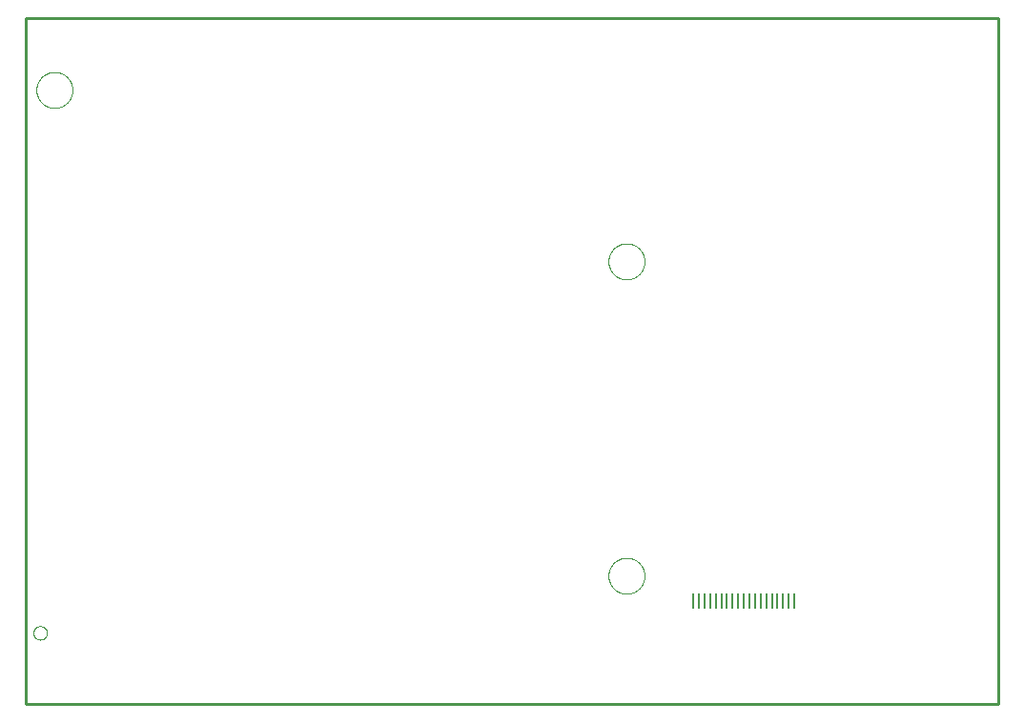
<source format=gtp>
G75*
%MOIN*%
%OFA0B0*%
%FSLAX25Y25*%
%IPPOS*%
%LPD*%
%AMOC8*
5,1,8,0,0,1.08239X$1,22.5*
%
%ADD10C,0.00000*%
%ADD11C,0.01000*%
%ADD12R,0.00700X0.05200*%
D10*
X0079638Y0026500D02*
X0079640Y0026597D01*
X0079646Y0026694D01*
X0079656Y0026790D01*
X0079670Y0026886D01*
X0079688Y0026982D01*
X0079709Y0027076D01*
X0079735Y0027170D01*
X0079764Y0027262D01*
X0079798Y0027353D01*
X0079834Y0027443D01*
X0079875Y0027531D01*
X0079919Y0027617D01*
X0079967Y0027702D01*
X0080018Y0027784D01*
X0080072Y0027865D01*
X0080130Y0027943D01*
X0080191Y0028018D01*
X0080254Y0028091D01*
X0080321Y0028162D01*
X0080391Y0028229D01*
X0080463Y0028294D01*
X0080538Y0028355D01*
X0080616Y0028414D01*
X0080695Y0028469D01*
X0080777Y0028521D01*
X0080861Y0028569D01*
X0080947Y0028614D01*
X0081035Y0028656D01*
X0081124Y0028694D01*
X0081215Y0028728D01*
X0081307Y0028758D01*
X0081400Y0028785D01*
X0081495Y0028807D01*
X0081590Y0028826D01*
X0081686Y0028841D01*
X0081782Y0028852D01*
X0081879Y0028859D01*
X0081976Y0028862D01*
X0082073Y0028861D01*
X0082170Y0028856D01*
X0082266Y0028847D01*
X0082362Y0028834D01*
X0082458Y0028817D01*
X0082553Y0028796D01*
X0082646Y0028772D01*
X0082739Y0028743D01*
X0082831Y0028711D01*
X0082921Y0028675D01*
X0083009Y0028636D01*
X0083096Y0028592D01*
X0083181Y0028546D01*
X0083264Y0028495D01*
X0083345Y0028442D01*
X0083423Y0028385D01*
X0083500Y0028325D01*
X0083573Y0028262D01*
X0083644Y0028196D01*
X0083712Y0028127D01*
X0083778Y0028055D01*
X0083840Y0027981D01*
X0083899Y0027904D01*
X0083955Y0027825D01*
X0084008Y0027743D01*
X0084058Y0027660D01*
X0084103Y0027574D01*
X0084146Y0027487D01*
X0084185Y0027398D01*
X0084220Y0027308D01*
X0084251Y0027216D01*
X0084278Y0027123D01*
X0084302Y0027029D01*
X0084322Y0026934D01*
X0084338Y0026838D01*
X0084350Y0026742D01*
X0084358Y0026645D01*
X0084362Y0026548D01*
X0084362Y0026452D01*
X0084358Y0026355D01*
X0084350Y0026258D01*
X0084338Y0026162D01*
X0084322Y0026066D01*
X0084302Y0025971D01*
X0084278Y0025877D01*
X0084251Y0025784D01*
X0084220Y0025692D01*
X0084185Y0025602D01*
X0084146Y0025513D01*
X0084103Y0025426D01*
X0084058Y0025340D01*
X0084008Y0025257D01*
X0083955Y0025175D01*
X0083899Y0025096D01*
X0083840Y0025019D01*
X0083778Y0024945D01*
X0083712Y0024873D01*
X0083644Y0024804D01*
X0083573Y0024738D01*
X0083500Y0024675D01*
X0083423Y0024615D01*
X0083345Y0024558D01*
X0083264Y0024505D01*
X0083181Y0024454D01*
X0083096Y0024408D01*
X0083009Y0024364D01*
X0082921Y0024325D01*
X0082831Y0024289D01*
X0082739Y0024257D01*
X0082646Y0024228D01*
X0082553Y0024204D01*
X0082458Y0024183D01*
X0082362Y0024166D01*
X0082266Y0024153D01*
X0082170Y0024144D01*
X0082073Y0024139D01*
X0081976Y0024138D01*
X0081879Y0024141D01*
X0081782Y0024148D01*
X0081686Y0024159D01*
X0081590Y0024174D01*
X0081495Y0024193D01*
X0081400Y0024215D01*
X0081307Y0024242D01*
X0081215Y0024272D01*
X0081124Y0024306D01*
X0081035Y0024344D01*
X0080947Y0024386D01*
X0080861Y0024431D01*
X0080777Y0024479D01*
X0080695Y0024531D01*
X0080616Y0024586D01*
X0080538Y0024645D01*
X0080463Y0024706D01*
X0080391Y0024771D01*
X0080321Y0024838D01*
X0080254Y0024909D01*
X0080191Y0024982D01*
X0080130Y0025057D01*
X0080072Y0025135D01*
X0080018Y0025216D01*
X0079967Y0025298D01*
X0079919Y0025383D01*
X0079875Y0025469D01*
X0079834Y0025557D01*
X0079798Y0025647D01*
X0079764Y0025738D01*
X0079735Y0025830D01*
X0079709Y0025924D01*
X0079688Y0026018D01*
X0079670Y0026114D01*
X0079656Y0026210D01*
X0079646Y0026306D01*
X0079640Y0026403D01*
X0079638Y0026500D01*
X0280701Y0046500D02*
X0280703Y0046658D01*
X0280709Y0046816D01*
X0280719Y0046974D01*
X0280733Y0047132D01*
X0280751Y0047289D01*
X0280772Y0047446D01*
X0280798Y0047602D01*
X0280828Y0047758D01*
X0280861Y0047913D01*
X0280899Y0048066D01*
X0280940Y0048219D01*
X0280985Y0048371D01*
X0281034Y0048522D01*
X0281087Y0048671D01*
X0281143Y0048819D01*
X0281203Y0048965D01*
X0281267Y0049110D01*
X0281335Y0049253D01*
X0281406Y0049395D01*
X0281480Y0049535D01*
X0281558Y0049672D01*
X0281640Y0049808D01*
X0281724Y0049942D01*
X0281813Y0050073D01*
X0281904Y0050202D01*
X0281999Y0050329D01*
X0282096Y0050454D01*
X0282197Y0050576D01*
X0282301Y0050695D01*
X0282408Y0050812D01*
X0282518Y0050926D01*
X0282631Y0051037D01*
X0282746Y0051146D01*
X0282864Y0051251D01*
X0282985Y0051353D01*
X0283108Y0051453D01*
X0283234Y0051549D01*
X0283362Y0051642D01*
X0283492Y0051732D01*
X0283625Y0051818D01*
X0283760Y0051902D01*
X0283896Y0051981D01*
X0284035Y0052058D01*
X0284176Y0052130D01*
X0284318Y0052200D01*
X0284462Y0052265D01*
X0284608Y0052327D01*
X0284755Y0052385D01*
X0284904Y0052440D01*
X0285054Y0052491D01*
X0285205Y0052538D01*
X0285357Y0052581D01*
X0285510Y0052620D01*
X0285665Y0052656D01*
X0285820Y0052687D01*
X0285976Y0052715D01*
X0286132Y0052739D01*
X0286289Y0052759D01*
X0286447Y0052775D01*
X0286604Y0052787D01*
X0286763Y0052795D01*
X0286921Y0052799D01*
X0287079Y0052799D01*
X0287237Y0052795D01*
X0287396Y0052787D01*
X0287553Y0052775D01*
X0287711Y0052759D01*
X0287868Y0052739D01*
X0288024Y0052715D01*
X0288180Y0052687D01*
X0288335Y0052656D01*
X0288490Y0052620D01*
X0288643Y0052581D01*
X0288795Y0052538D01*
X0288946Y0052491D01*
X0289096Y0052440D01*
X0289245Y0052385D01*
X0289392Y0052327D01*
X0289538Y0052265D01*
X0289682Y0052200D01*
X0289824Y0052130D01*
X0289965Y0052058D01*
X0290104Y0051981D01*
X0290240Y0051902D01*
X0290375Y0051818D01*
X0290508Y0051732D01*
X0290638Y0051642D01*
X0290766Y0051549D01*
X0290892Y0051453D01*
X0291015Y0051353D01*
X0291136Y0051251D01*
X0291254Y0051146D01*
X0291369Y0051037D01*
X0291482Y0050926D01*
X0291592Y0050812D01*
X0291699Y0050695D01*
X0291803Y0050576D01*
X0291904Y0050454D01*
X0292001Y0050329D01*
X0292096Y0050202D01*
X0292187Y0050073D01*
X0292276Y0049942D01*
X0292360Y0049808D01*
X0292442Y0049672D01*
X0292520Y0049535D01*
X0292594Y0049395D01*
X0292665Y0049253D01*
X0292733Y0049110D01*
X0292797Y0048965D01*
X0292857Y0048819D01*
X0292913Y0048671D01*
X0292966Y0048522D01*
X0293015Y0048371D01*
X0293060Y0048219D01*
X0293101Y0048066D01*
X0293139Y0047913D01*
X0293172Y0047758D01*
X0293202Y0047602D01*
X0293228Y0047446D01*
X0293249Y0047289D01*
X0293267Y0047132D01*
X0293281Y0046974D01*
X0293291Y0046816D01*
X0293297Y0046658D01*
X0293299Y0046500D01*
X0293297Y0046342D01*
X0293291Y0046184D01*
X0293281Y0046026D01*
X0293267Y0045868D01*
X0293249Y0045711D01*
X0293228Y0045554D01*
X0293202Y0045398D01*
X0293172Y0045242D01*
X0293139Y0045087D01*
X0293101Y0044934D01*
X0293060Y0044781D01*
X0293015Y0044629D01*
X0292966Y0044478D01*
X0292913Y0044329D01*
X0292857Y0044181D01*
X0292797Y0044035D01*
X0292733Y0043890D01*
X0292665Y0043747D01*
X0292594Y0043605D01*
X0292520Y0043465D01*
X0292442Y0043328D01*
X0292360Y0043192D01*
X0292276Y0043058D01*
X0292187Y0042927D01*
X0292096Y0042798D01*
X0292001Y0042671D01*
X0291904Y0042546D01*
X0291803Y0042424D01*
X0291699Y0042305D01*
X0291592Y0042188D01*
X0291482Y0042074D01*
X0291369Y0041963D01*
X0291254Y0041854D01*
X0291136Y0041749D01*
X0291015Y0041647D01*
X0290892Y0041547D01*
X0290766Y0041451D01*
X0290638Y0041358D01*
X0290508Y0041268D01*
X0290375Y0041182D01*
X0290240Y0041098D01*
X0290104Y0041019D01*
X0289965Y0040942D01*
X0289824Y0040870D01*
X0289682Y0040800D01*
X0289538Y0040735D01*
X0289392Y0040673D01*
X0289245Y0040615D01*
X0289096Y0040560D01*
X0288946Y0040509D01*
X0288795Y0040462D01*
X0288643Y0040419D01*
X0288490Y0040380D01*
X0288335Y0040344D01*
X0288180Y0040313D01*
X0288024Y0040285D01*
X0287868Y0040261D01*
X0287711Y0040241D01*
X0287553Y0040225D01*
X0287396Y0040213D01*
X0287237Y0040205D01*
X0287079Y0040201D01*
X0286921Y0040201D01*
X0286763Y0040205D01*
X0286604Y0040213D01*
X0286447Y0040225D01*
X0286289Y0040241D01*
X0286132Y0040261D01*
X0285976Y0040285D01*
X0285820Y0040313D01*
X0285665Y0040344D01*
X0285510Y0040380D01*
X0285357Y0040419D01*
X0285205Y0040462D01*
X0285054Y0040509D01*
X0284904Y0040560D01*
X0284755Y0040615D01*
X0284608Y0040673D01*
X0284462Y0040735D01*
X0284318Y0040800D01*
X0284176Y0040870D01*
X0284035Y0040942D01*
X0283896Y0041019D01*
X0283760Y0041098D01*
X0283625Y0041182D01*
X0283492Y0041268D01*
X0283362Y0041358D01*
X0283234Y0041451D01*
X0283108Y0041547D01*
X0282985Y0041647D01*
X0282864Y0041749D01*
X0282746Y0041854D01*
X0282631Y0041963D01*
X0282518Y0042074D01*
X0282408Y0042188D01*
X0282301Y0042305D01*
X0282197Y0042424D01*
X0282096Y0042546D01*
X0281999Y0042671D01*
X0281904Y0042798D01*
X0281813Y0042927D01*
X0281724Y0043058D01*
X0281640Y0043192D01*
X0281558Y0043328D01*
X0281480Y0043465D01*
X0281406Y0043605D01*
X0281335Y0043747D01*
X0281267Y0043890D01*
X0281203Y0044035D01*
X0281143Y0044181D01*
X0281087Y0044329D01*
X0281034Y0044478D01*
X0280985Y0044629D01*
X0280940Y0044781D01*
X0280899Y0044934D01*
X0280861Y0045087D01*
X0280828Y0045242D01*
X0280798Y0045398D01*
X0280772Y0045554D01*
X0280751Y0045711D01*
X0280733Y0045868D01*
X0280719Y0046026D01*
X0280709Y0046184D01*
X0280703Y0046342D01*
X0280701Y0046500D01*
X0280701Y0156500D02*
X0280703Y0156658D01*
X0280709Y0156816D01*
X0280719Y0156974D01*
X0280733Y0157132D01*
X0280751Y0157289D01*
X0280772Y0157446D01*
X0280798Y0157602D01*
X0280828Y0157758D01*
X0280861Y0157913D01*
X0280899Y0158066D01*
X0280940Y0158219D01*
X0280985Y0158371D01*
X0281034Y0158522D01*
X0281087Y0158671D01*
X0281143Y0158819D01*
X0281203Y0158965D01*
X0281267Y0159110D01*
X0281335Y0159253D01*
X0281406Y0159395D01*
X0281480Y0159535D01*
X0281558Y0159672D01*
X0281640Y0159808D01*
X0281724Y0159942D01*
X0281813Y0160073D01*
X0281904Y0160202D01*
X0281999Y0160329D01*
X0282096Y0160454D01*
X0282197Y0160576D01*
X0282301Y0160695D01*
X0282408Y0160812D01*
X0282518Y0160926D01*
X0282631Y0161037D01*
X0282746Y0161146D01*
X0282864Y0161251D01*
X0282985Y0161353D01*
X0283108Y0161453D01*
X0283234Y0161549D01*
X0283362Y0161642D01*
X0283492Y0161732D01*
X0283625Y0161818D01*
X0283760Y0161902D01*
X0283896Y0161981D01*
X0284035Y0162058D01*
X0284176Y0162130D01*
X0284318Y0162200D01*
X0284462Y0162265D01*
X0284608Y0162327D01*
X0284755Y0162385D01*
X0284904Y0162440D01*
X0285054Y0162491D01*
X0285205Y0162538D01*
X0285357Y0162581D01*
X0285510Y0162620D01*
X0285665Y0162656D01*
X0285820Y0162687D01*
X0285976Y0162715D01*
X0286132Y0162739D01*
X0286289Y0162759D01*
X0286447Y0162775D01*
X0286604Y0162787D01*
X0286763Y0162795D01*
X0286921Y0162799D01*
X0287079Y0162799D01*
X0287237Y0162795D01*
X0287396Y0162787D01*
X0287553Y0162775D01*
X0287711Y0162759D01*
X0287868Y0162739D01*
X0288024Y0162715D01*
X0288180Y0162687D01*
X0288335Y0162656D01*
X0288490Y0162620D01*
X0288643Y0162581D01*
X0288795Y0162538D01*
X0288946Y0162491D01*
X0289096Y0162440D01*
X0289245Y0162385D01*
X0289392Y0162327D01*
X0289538Y0162265D01*
X0289682Y0162200D01*
X0289824Y0162130D01*
X0289965Y0162058D01*
X0290104Y0161981D01*
X0290240Y0161902D01*
X0290375Y0161818D01*
X0290508Y0161732D01*
X0290638Y0161642D01*
X0290766Y0161549D01*
X0290892Y0161453D01*
X0291015Y0161353D01*
X0291136Y0161251D01*
X0291254Y0161146D01*
X0291369Y0161037D01*
X0291482Y0160926D01*
X0291592Y0160812D01*
X0291699Y0160695D01*
X0291803Y0160576D01*
X0291904Y0160454D01*
X0292001Y0160329D01*
X0292096Y0160202D01*
X0292187Y0160073D01*
X0292276Y0159942D01*
X0292360Y0159808D01*
X0292442Y0159672D01*
X0292520Y0159535D01*
X0292594Y0159395D01*
X0292665Y0159253D01*
X0292733Y0159110D01*
X0292797Y0158965D01*
X0292857Y0158819D01*
X0292913Y0158671D01*
X0292966Y0158522D01*
X0293015Y0158371D01*
X0293060Y0158219D01*
X0293101Y0158066D01*
X0293139Y0157913D01*
X0293172Y0157758D01*
X0293202Y0157602D01*
X0293228Y0157446D01*
X0293249Y0157289D01*
X0293267Y0157132D01*
X0293281Y0156974D01*
X0293291Y0156816D01*
X0293297Y0156658D01*
X0293299Y0156500D01*
X0293297Y0156342D01*
X0293291Y0156184D01*
X0293281Y0156026D01*
X0293267Y0155868D01*
X0293249Y0155711D01*
X0293228Y0155554D01*
X0293202Y0155398D01*
X0293172Y0155242D01*
X0293139Y0155087D01*
X0293101Y0154934D01*
X0293060Y0154781D01*
X0293015Y0154629D01*
X0292966Y0154478D01*
X0292913Y0154329D01*
X0292857Y0154181D01*
X0292797Y0154035D01*
X0292733Y0153890D01*
X0292665Y0153747D01*
X0292594Y0153605D01*
X0292520Y0153465D01*
X0292442Y0153328D01*
X0292360Y0153192D01*
X0292276Y0153058D01*
X0292187Y0152927D01*
X0292096Y0152798D01*
X0292001Y0152671D01*
X0291904Y0152546D01*
X0291803Y0152424D01*
X0291699Y0152305D01*
X0291592Y0152188D01*
X0291482Y0152074D01*
X0291369Y0151963D01*
X0291254Y0151854D01*
X0291136Y0151749D01*
X0291015Y0151647D01*
X0290892Y0151547D01*
X0290766Y0151451D01*
X0290638Y0151358D01*
X0290508Y0151268D01*
X0290375Y0151182D01*
X0290240Y0151098D01*
X0290104Y0151019D01*
X0289965Y0150942D01*
X0289824Y0150870D01*
X0289682Y0150800D01*
X0289538Y0150735D01*
X0289392Y0150673D01*
X0289245Y0150615D01*
X0289096Y0150560D01*
X0288946Y0150509D01*
X0288795Y0150462D01*
X0288643Y0150419D01*
X0288490Y0150380D01*
X0288335Y0150344D01*
X0288180Y0150313D01*
X0288024Y0150285D01*
X0287868Y0150261D01*
X0287711Y0150241D01*
X0287553Y0150225D01*
X0287396Y0150213D01*
X0287237Y0150205D01*
X0287079Y0150201D01*
X0286921Y0150201D01*
X0286763Y0150205D01*
X0286604Y0150213D01*
X0286447Y0150225D01*
X0286289Y0150241D01*
X0286132Y0150261D01*
X0285976Y0150285D01*
X0285820Y0150313D01*
X0285665Y0150344D01*
X0285510Y0150380D01*
X0285357Y0150419D01*
X0285205Y0150462D01*
X0285054Y0150509D01*
X0284904Y0150560D01*
X0284755Y0150615D01*
X0284608Y0150673D01*
X0284462Y0150735D01*
X0284318Y0150800D01*
X0284176Y0150870D01*
X0284035Y0150942D01*
X0283896Y0151019D01*
X0283760Y0151098D01*
X0283625Y0151182D01*
X0283492Y0151268D01*
X0283362Y0151358D01*
X0283234Y0151451D01*
X0283108Y0151547D01*
X0282985Y0151647D01*
X0282864Y0151749D01*
X0282746Y0151854D01*
X0282631Y0151963D01*
X0282518Y0152074D01*
X0282408Y0152188D01*
X0282301Y0152305D01*
X0282197Y0152424D01*
X0282096Y0152546D01*
X0281999Y0152671D01*
X0281904Y0152798D01*
X0281813Y0152927D01*
X0281724Y0153058D01*
X0281640Y0153192D01*
X0281558Y0153328D01*
X0281480Y0153465D01*
X0281406Y0153605D01*
X0281335Y0153747D01*
X0281267Y0153890D01*
X0281203Y0154035D01*
X0281143Y0154181D01*
X0281087Y0154329D01*
X0281034Y0154478D01*
X0280985Y0154629D01*
X0280940Y0154781D01*
X0280899Y0154934D01*
X0280861Y0155087D01*
X0280828Y0155242D01*
X0280798Y0155398D01*
X0280772Y0155554D01*
X0280751Y0155711D01*
X0280733Y0155868D01*
X0280719Y0156026D01*
X0280709Y0156184D01*
X0280703Y0156342D01*
X0280701Y0156500D01*
X0080701Y0216500D02*
X0080703Y0216658D01*
X0080709Y0216816D01*
X0080719Y0216974D01*
X0080733Y0217132D01*
X0080751Y0217289D01*
X0080772Y0217446D01*
X0080798Y0217602D01*
X0080828Y0217758D01*
X0080861Y0217913D01*
X0080899Y0218066D01*
X0080940Y0218219D01*
X0080985Y0218371D01*
X0081034Y0218522D01*
X0081087Y0218671D01*
X0081143Y0218819D01*
X0081203Y0218965D01*
X0081267Y0219110D01*
X0081335Y0219253D01*
X0081406Y0219395D01*
X0081480Y0219535D01*
X0081558Y0219672D01*
X0081640Y0219808D01*
X0081724Y0219942D01*
X0081813Y0220073D01*
X0081904Y0220202D01*
X0081999Y0220329D01*
X0082096Y0220454D01*
X0082197Y0220576D01*
X0082301Y0220695D01*
X0082408Y0220812D01*
X0082518Y0220926D01*
X0082631Y0221037D01*
X0082746Y0221146D01*
X0082864Y0221251D01*
X0082985Y0221353D01*
X0083108Y0221453D01*
X0083234Y0221549D01*
X0083362Y0221642D01*
X0083492Y0221732D01*
X0083625Y0221818D01*
X0083760Y0221902D01*
X0083896Y0221981D01*
X0084035Y0222058D01*
X0084176Y0222130D01*
X0084318Y0222200D01*
X0084462Y0222265D01*
X0084608Y0222327D01*
X0084755Y0222385D01*
X0084904Y0222440D01*
X0085054Y0222491D01*
X0085205Y0222538D01*
X0085357Y0222581D01*
X0085510Y0222620D01*
X0085665Y0222656D01*
X0085820Y0222687D01*
X0085976Y0222715D01*
X0086132Y0222739D01*
X0086289Y0222759D01*
X0086447Y0222775D01*
X0086604Y0222787D01*
X0086763Y0222795D01*
X0086921Y0222799D01*
X0087079Y0222799D01*
X0087237Y0222795D01*
X0087396Y0222787D01*
X0087553Y0222775D01*
X0087711Y0222759D01*
X0087868Y0222739D01*
X0088024Y0222715D01*
X0088180Y0222687D01*
X0088335Y0222656D01*
X0088490Y0222620D01*
X0088643Y0222581D01*
X0088795Y0222538D01*
X0088946Y0222491D01*
X0089096Y0222440D01*
X0089245Y0222385D01*
X0089392Y0222327D01*
X0089538Y0222265D01*
X0089682Y0222200D01*
X0089824Y0222130D01*
X0089965Y0222058D01*
X0090104Y0221981D01*
X0090240Y0221902D01*
X0090375Y0221818D01*
X0090508Y0221732D01*
X0090638Y0221642D01*
X0090766Y0221549D01*
X0090892Y0221453D01*
X0091015Y0221353D01*
X0091136Y0221251D01*
X0091254Y0221146D01*
X0091369Y0221037D01*
X0091482Y0220926D01*
X0091592Y0220812D01*
X0091699Y0220695D01*
X0091803Y0220576D01*
X0091904Y0220454D01*
X0092001Y0220329D01*
X0092096Y0220202D01*
X0092187Y0220073D01*
X0092276Y0219942D01*
X0092360Y0219808D01*
X0092442Y0219672D01*
X0092520Y0219535D01*
X0092594Y0219395D01*
X0092665Y0219253D01*
X0092733Y0219110D01*
X0092797Y0218965D01*
X0092857Y0218819D01*
X0092913Y0218671D01*
X0092966Y0218522D01*
X0093015Y0218371D01*
X0093060Y0218219D01*
X0093101Y0218066D01*
X0093139Y0217913D01*
X0093172Y0217758D01*
X0093202Y0217602D01*
X0093228Y0217446D01*
X0093249Y0217289D01*
X0093267Y0217132D01*
X0093281Y0216974D01*
X0093291Y0216816D01*
X0093297Y0216658D01*
X0093299Y0216500D01*
X0093297Y0216342D01*
X0093291Y0216184D01*
X0093281Y0216026D01*
X0093267Y0215868D01*
X0093249Y0215711D01*
X0093228Y0215554D01*
X0093202Y0215398D01*
X0093172Y0215242D01*
X0093139Y0215087D01*
X0093101Y0214934D01*
X0093060Y0214781D01*
X0093015Y0214629D01*
X0092966Y0214478D01*
X0092913Y0214329D01*
X0092857Y0214181D01*
X0092797Y0214035D01*
X0092733Y0213890D01*
X0092665Y0213747D01*
X0092594Y0213605D01*
X0092520Y0213465D01*
X0092442Y0213328D01*
X0092360Y0213192D01*
X0092276Y0213058D01*
X0092187Y0212927D01*
X0092096Y0212798D01*
X0092001Y0212671D01*
X0091904Y0212546D01*
X0091803Y0212424D01*
X0091699Y0212305D01*
X0091592Y0212188D01*
X0091482Y0212074D01*
X0091369Y0211963D01*
X0091254Y0211854D01*
X0091136Y0211749D01*
X0091015Y0211647D01*
X0090892Y0211547D01*
X0090766Y0211451D01*
X0090638Y0211358D01*
X0090508Y0211268D01*
X0090375Y0211182D01*
X0090240Y0211098D01*
X0090104Y0211019D01*
X0089965Y0210942D01*
X0089824Y0210870D01*
X0089682Y0210800D01*
X0089538Y0210735D01*
X0089392Y0210673D01*
X0089245Y0210615D01*
X0089096Y0210560D01*
X0088946Y0210509D01*
X0088795Y0210462D01*
X0088643Y0210419D01*
X0088490Y0210380D01*
X0088335Y0210344D01*
X0088180Y0210313D01*
X0088024Y0210285D01*
X0087868Y0210261D01*
X0087711Y0210241D01*
X0087553Y0210225D01*
X0087396Y0210213D01*
X0087237Y0210205D01*
X0087079Y0210201D01*
X0086921Y0210201D01*
X0086763Y0210205D01*
X0086604Y0210213D01*
X0086447Y0210225D01*
X0086289Y0210241D01*
X0086132Y0210261D01*
X0085976Y0210285D01*
X0085820Y0210313D01*
X0085665Y0210344D01*
X0085510Y0210380D01*
X0085357Y0210419D01*
X0085205Y0210462D01*
X0085054Y0210509D01*
X0084904Y0210560D01*
X0084755Y0210615D01*
X0084608Y0210673D01*
X0084462Y0210735D01*
X0084318Y0210800D01*
X0084176Y0210870D01*
X0084035Y0210942D01*
X0083896Y0211019D01*
X0083760Y0211098D01*
X0083625Y0211182D01*
X0083492Y0211268D01*
X0083362Y0211358D01*
X0083234Y0211451D01*
X0083108Y0211547D01*
X0082985Y0211647D01*
X0082864Y0211749D01*
X0082746Y0211854D01*
X0082631Y0211963D01*
X0082518Y0212074D01*
X0082408Y0212188D01*
X0082301Y0212305D01*
X0082197Y0212424D01*
X0082096Y0212546D01*
X0081999Y0212671D01*
X0081904Y0212798D01*
X0081813Y0212927D01*
X0081724Y0213058D01*
X0081640Y0213192D01*
X0081558Y0213328D01*
X0081480Y0213465D01*
X0081406Y0213605D01*
X0081335Y0213747D01*
X0081267Y0213890D01*
X0081203Y0214035D01*
X0081143Y0214181D01*
X0081087Y0214329D01*
X0081034Y0214478D01*
X0080985Y0214629D01*
X0080940Y0214781D01*
X0080899Y0214934D01*
X0080861Y0215087D01*
X0080828Y0215242D01*
X0080798Y0215398D01*
X0080772Y0215554D01*
X0080751Y0215711D01*
X0080733Y0215868D01*
X0080719Y0216026D01*
X0080709Y0216184D01*
X0080703Y0216342D01*
X0080701Y0216500D01*
D11*
X0077000Y0001500D02*
X0417000Y0001500D01*
X0417000Y0241500D01*
X0077000Y0241500D01*
X0077000Y0001500D01*
D12*
X0310250Y0037611D03*
X0312250Y0037611D03*
X0314250Y0037611D03*
X0316150Y0037611D03*
X0318150Y0037611D03*
X0320150Y0037511D03*
X0322050Y0037611D03*
X0324050Y0037711D03*
X0326050Y0037511D03*
X0328050Y0037511D03*
X0329950Y0037611D03*
X0331950Y0037511D03*
X0333850Y0037511D03*
X0335850Y0037611D03*
X0337850Y0037611D03*
X0339750Y0037611D03*
X0341750Y0037611D03*
X0343750Y0037611D03*
X0345750Y0037511D03*
M02*

</source>
